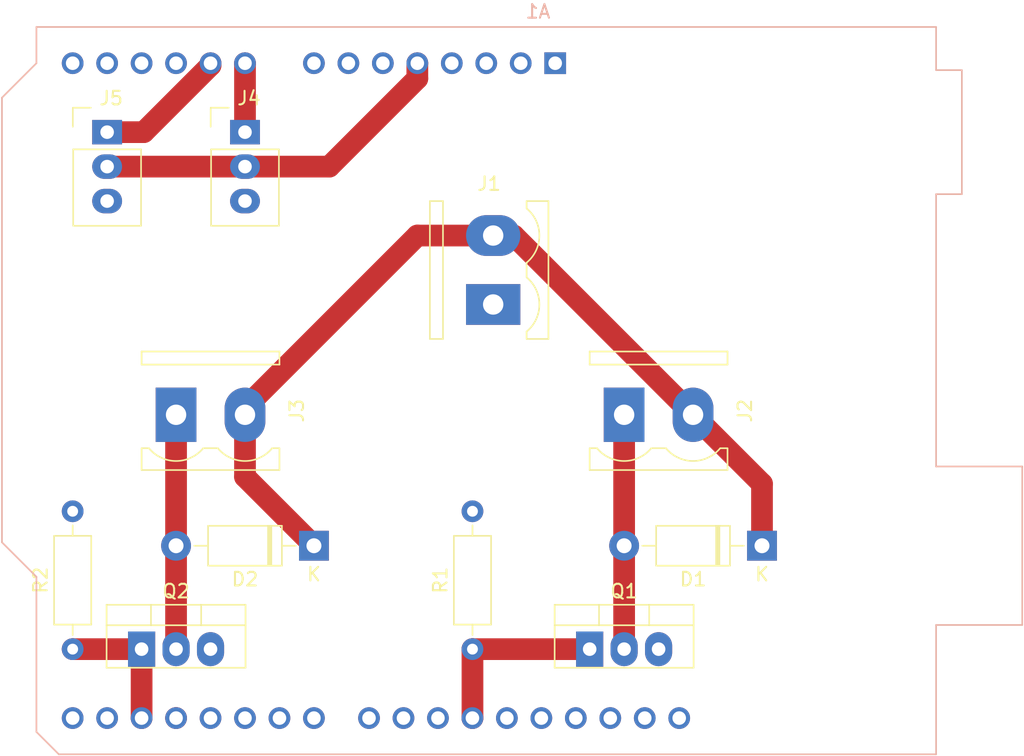
<source format=kicad_pcb>
(kicad_pcb (version 20211014) (generator pcbnew)
  (layers (0 "F.Cu" signal) (31 "B.Cu" signal) (34 "B.Paste" user) (35 "F.Paste" user) (36 "B.SilkS" user "B.Silkscreen") (37 "F.SilkS" user "F.Silkscreen") (38 "B.Mask" user) (39 "F.Mask" user) (44 "Edge.Cuts" user))
  (net 0 "")
  (net 5 "+5V")
  (net 9 "/A0")
  (net 10 "/A1")
  (net 17 "/D2")
  (net 27 "GND")
  (net 31 "+12V")
  (net 32 "Net-(D1-Pad2)")
  (net 33 "Net-(D2-Pad2)")
  (net 34 "unconnected-(A1-Pad18)")
  (net 35 "/D11")
  (footprint "FootprintGamelGe2:R_Axial_DIN0207_L6.3mm_D2.5mm_P10.16mm_Horizontal" (layer "F.Cu") (at 128.524 119.38 90)
    (fp_text reference "R1" (at 5.08 -2.37 90) (layer "F.SilkS"))
    (fp_text value "R")
    (fp_line (start 1.81 -1.37) (end 1.81 1.37) (layer "F.SilkS") (width 0.12))
    (fp_line (start 9.12 0) (end 8.35 0) (layer "F.SilkS") (width 0.12))
    (fp_line (start 1.81 1.37) (end 8.35 1.37) (layer "F.SilkS") (width 0.12))
    (fp_line (start 8.35 -1.37) (end 1.81 -1.37) (layer "F.SilkS") (width 0.12))
    (fp_line (start 1.04 0) (end 1.81 0) (layer "F.SilkS") (width 0.12))
    (fp_line (start 8.35 1.37) (end 8.35 -1.37) (layer "F.SilkS") (width 0.12))
    (pad "1" thru_hole circle locked (at 0 0 90) (size 1.6 1.6) (drill 0.8) (layers *.Cu *.Mask) (net 35 "/D11"))
    (pad "2" thru_hole oval locked (at 10.16 0 90) (size 1.6 1.6) (drill 0.8) (layers *.Cu *.Mask) (net 27 "GND"))
  )
  (footprint "FootprintGamelGe2:OmnimateSL-5,08_1x02_P5.08mm_Vertical" (layer "F.Cu") (at 106.68 102.11)
    (fp_text reference "J3" (at 8.9 -0.3 90) (layer "F.SilkS"))
    (fp_text value "Omnimate2")
    (fp_line (start -2.54 -3.7) (end 7.62 -3.7) (layer "F.SilkS") (width 0.12))
    (fp_line (start -2.54 -4.664) (end 7.62 -4.664) (layer "F.SilkS") (width 0.12))
    (fp_line (start -2 2.462) (end -2.54 2.462) (layer "F.SilkS") (width 0.12))
    (fp_line (start 7.62 -3.7) (end 7.62 -4.664) (layer "F.SilkS") (width 0.12))
    (fp_line (start 7.62 4.072) (end 7.62 2.4972) (layer "F.SilkS") (width 0.12))
    (fp_line (start -2.54 4.072) (end 7.62 4.072) (layer "F.SilkS") (width 0.12))
    (fp_line (start 7.62 2.462) (end 7.08 2.462) (layer "F.SilkS") (width 0.12))
    (fp_line (start -2.54 -3.7) (end -2.54 -4.664) (layer "F.SilkS") (width 0.12))
    (fp_line (start 2 2.462) (end 3.08 2.462) (layer "F.SilkS") (width 0.12))
    (fp_line (start -2.54 4.072) (end -2.54 2.4972) (layer "F.SilkS") (width 0.12))
    (fp_arc (start 1.986842 2.477821) (mid -0.010289 3.404758) (end -2 2.462) (layer "F.SilkS") (width 0.12))
    (fp_arc (start 7.066842 2.477821) (mid 5.069711 3.404758) (end 3.08 2.462) (layer "F.SilkS") (width 0.12))
    (pad "1" thru_hole rect locked (at 0 0) (size 3 4) (drill 1.5) (layers *.Cu *.Mask) (net 33 "Net-(D2-Pad2)"))
    (pad "2" thru_hole oval locked (at 5.08 0) (size 3 4) (drill 1.5) (layers *.Cu *.Mask) (net 31 "+12V"))
  )
  (footprint "FootprintGamelGe2:Autocom3" (layer "F.Cu") (at 111.76 81.28)
    (fp_text reference "J4" (at 0.3 -2.5) (layer "F.SilkS"))
    (fp_text value "Autocom3")
    (fp_line (start -2.5 1.27) (end 2.5 1.27) (layer "F.SilkS") (width 0.12))
    (fp_line (start -2.53 -0.4) (end -2.53 -1.73) (layer "F.SilkS") (width 0.12))
    (fp_line (start -2.53 -1.8) (end -1.2 -1.8) (layer "F.SilkS") (width 0.12))
    (fp_line (start -2.5 1.27) (end -2.5 6.9) (layer "F.SilkS") (width 0.12))
    (fp_line (start 2.5 1.27) (end 2.5 6.9) (layer "F.SilkS") (width 0.12))
    (fp_line (start -2.5 6.9) (end 2.5 6.9) (layer "F.SilkS") (width 0.12))
    (pad "1" thru_hole rect locked (at 0 0) (size 2.2 1.8) (drill 1) (layers *.Cu *.Mask) (net 9 "/A0"))
    (pad "2" thru_hole oval locked (at 0 2.54) (size 2.2 1.8) (drill 1) (layers *.Cu *.Mask) (net 5 "+5V"))
    (pad "3" thru_hole oval locked (at 0 5.08) (size 2.2 1.8) (drill 1) (layers *.Cu *.Mask) (net 27 "GND"))
  )
  (footprint "Diode_THT:D_DO-41_SOD81_P10.16mm_Horizontal" (layer "F.Cu") (at 149.86 111.76 180)
    (fp_text reference "D1" (at 5.08 -2.47) (layer "F.SilkS"))
    (fp_text value "1N400X")
    (fp_text user "K" (at 0 -2.1) (layer "F.SilkS"))
    (fp_line (start 1.34 0) (end 2.36 0) (layer "F.SilkS") (width 0.12))
    (fp_line (start 2.36 1.47) (end 7.8 1.47) (layer "F.SilkS") (width 0.12))
    (fp_line (start 8.82 0) (end 7.8 0) (layer "F.SilkS") (width 0.12))
    (fp_line (start 7.8 1.47) (end 7.8 -1.47) (layer "F.SilkS") (width 0.12))
    (fp_line (start 3.38 -1.47) (end 3.38 1.47) (layer "F.SilkS") (width 0.12))
    (fp_line (start 3.14 -1.47) (end 3.14 1.47) (layer "F.SilkS") (width 0.12))
    (fp_line (start 3.26 -1.47) (end 3.26 1.47) (layer "F.SilkS") (width 0.12))
    (fp_line (start 7.8 -1.47) (end 2.36 -1.47) (layer "F.SilkS") (width 0.12))
    (fp_line (start 2.36 -1.47) (end 2.36 1.47) (layer "F.SilkS") (width 0.12))
    (pad "1" thru_hole rect (at 0 0 180) (size 2.2 2.2) (drill 1.1) (layers *.Cu *.Mask) (net 31 "+12V"))
    (pad "2" thru_hole oval (at 10.16 0 180) (size 2.2 2.2) (drill 1.1) (layers *.Cu *.Mask) (net 32 "Net-(D1-Pad2)"))
  )
  (footprint "FootprintGamelGe2:TO-220-3_Vertical" (layer "F.Cu") (at 137.16 119.38)
    (fp_text reference "Q1" (at 2.54 -4.27) (layer "F.SilkS"))
    (fp_text value "IRL510")
    (fp_line (start -2.58 -3.27) (end -2.58 1.371) (layer "F.SilkS") (width 0.12))
    (fp_line (start -2.58 1.371) (end 7.66 1.371) (layer "F.SilkS") (width 0.12))
    (fp_line (start 4.391 -3.27) (end 4.391 -1.76) (layer "F.SilkS") (width 0.12))
    (fp_line (start 7.66 -3.27) (end 7.66 1.371) (layer "F.SilkS") (width 0.12))
    (fp_line (start -2.58 -1.76) (end 7.66 -1.76) (layer "F.SilkS") (width 0.12))
    (fp_line (start -2.58 -3.27) (end 7.66 -3.27) (layer "F.SilkS") (width 0.12))
    (fp_line (start 0.69 -3.27) (end 0.69 -1.76) (layer "F.SilkS") (width 0.12))
    (pad "1" thru_hole rect locked (at 0 0) (size 2 2.6) (drill 1) (layers *.Cu *.Mask) (net 35 "/D11"))
    (pad "2" thru_hole oval locked (at 2.54 0) (size 2 2.5) (drill 1) (layers *.Cu *.Mask) (net 32 "Net-(D1-Pad2)"))
    (pad "3" thru_hole oval locked (at 5.08 0) (size 2 2.5) (drill 1) (layers *.Cu *.Mask) (net 27 "GND"))
  )
  (footprint "FootprintGamelGe2:OmnimateSL-5,08_1x02_P5.08mm_Vertical" (layer "F.Cu") (at 130.05 93.98 90)
    (fp_text reference "J1" (at 8.9 -0.3) (layer "F.SilkS"))
    (fp_text value "Omnimate2")
    (fp_line (start -2.54 4.072) (end -2.54 2.4972) (layer "F.SilkS") (width 0.12))
    (fp_line (start -2.54 -3.7) (end -2.54 -4.664) (layer "F.SilkS") (width 0.12))
    (fp_line (start -2 2.462) (end -2.54 2.462) (layer "F.SilkS") (width 0.12))
    (fp_line (start -2.54 4.072) (end 7.62 4.072) (layer "F.SilkS") (width 0.12))
    (fp_line (start 2 2.462) (end 3.08 2.462) (layer "F.SilkS") (width 0.12))
    (fp_line (start -2.54 -4.664) (end 7.62 -4.664) (layer "F.SilkS") (width 0.12))
    (fp_line (start 7.62 2.462) (end 7.08 2.462) (layer "F.SilkS") (width 0.12))
    (fp_line (start 7.62 -3.7) (end 7.62 -4.664) (layer "F.SilkS") (width 0.12))
    (fp_line (start 7.62 4.072) (end 7.62 2.4972) (layer "F.SilkS") (width 0.12))
    (fp_line (start -2.54 -3.7) (end 7.62 -3.7) (layer "F.SilkS") (width 0.12))
    (fp_arc (start 1.986842 2.477821) (mid -0.010289 3.404758) (end -2 2.462) (layer "F.SilkS") (width 0.12))
    (fp_arc (start 7.066842 2.477821) (mid 5.069711 3.404758) (end 3.08 2.462) (layer "F.SilkS") (width 0.12))
    (pad "1" thru_hole rect locked (at 0 0 90) (size 3 4) (drill 1.5) (layers *.Cu *.Mask) (net 27 "GND"))
    (pad "2" thru_hole oval locked (at 5.08 0 90) (size 3 4) (drill 1.5) (layers *.Cu *.Mask) (net 31 "+12V"))
  )
  (footprint "Diode_THT:D_DO-41_SOD81_P10.16mm_Horizontal" (layer "F.Cu") (at 116.84 111.76 180)
    (fp_text reference "D2" (at 5.08 -2.47) (layer "F.SilkS"))
    (fp_text value "1N400X")
    (fp_text user "K" (at 0 -2.1) (layer "F.SilkS"))
    (fp_line (start 1.34 0) (end 2.36 0) (layer "F.SilkS") (width 0.12))
    (fp_line (start 7.8 -1.47) (end 2.36 -1.47) (layer "F.SilkS") (width 0.12))
    (fp_line (start 3.14 -1.47) (end 3.14 1.47) (layer "F.SilkS") (width 0.12))
    (fp_line (start 3.38 -1.47) (end 3.38 1.47) (layer "F.SilkS") (width 0.12))
    (fp_line (start 8.82 0) (end 7.8 0) (layer "F.SilkS") (width 0.12))
    (fp_line (start 2.36 1.47) (end 7.8 1.47) (layer "F.SilkS") (width 0.12))
    (fp_line (start 7.8 1.47) (end 7.8 -1.47) (layer "F.SilkS") (width 0.12))
    (fp_line (start 2.36 -1.47) (end 2.36 1.47) (layer "F.SilkS") (width 0.12))
    (fp_line (start 3.26 -1.47) (end 3.26 1.47) (layer "F.SilkS") (width 0.12))
    (pad "1" thru_hole rect (at 0 0 180) (size 2.2 2.2) (drill 1.1) (layers *.Cu *.Mask) (net 31 "+12V"))
    (pad "2" thru_hole oval (at 10.16 0 180) (size 2.2 2.2) (drill 1.1) (layers *.Cu *.Mask) (net 33 "Net-(D2-Pad2)"))
  )
  (footprint "FootprintGamelGe2:TO-220-3_Vertical" (layer "F.Cu") (at 104.14 119.38)
    (fp_text reference "Q2" (at 2.54 -4.27) (layer "F.SilkS"))
    (fp_text value "IRL510")
    (fp_line (start 4.391 -3.27) (end 4.391 -1.76) (layer "F.SilkS") (width 0.12))
    (fp_line (start -2.58 -3.27) (end -2.58 1.371) (layer "F.SilkS") (width 0.12))
    (fp_line (start 7.66 -3.27) (end 7.66 1.371) (layer "F.SilkS") (width 0.12))
    (fp_line (start 0.69 -3.27) (end 0.69 -1.76) (layer "F.SilkS") (width 0.12))
    (fp_line (start -2.58 -3.27) (end 7.66 -3.27) (layer "F.SilkS") (width 0.12))
    (fp_line (start -2.58 -1.76) (end 7.66 -1.76) (layer "F.SilkS") (width 0.12))
    (fp_line (start -2.58 1.371) (end 7.66 1.371) (layer "F.SilkS") (width 0.12))
    (pad "1" thru_hole rect locked (at 0 0) (size 2 2.6) (drill 1) (layers *.Cu *.Mask) (net 17 "/D2"))
    (pad "2" thru_hole oval locked (at 2.54 0) (size 2 2.5) (drill 1) (layers *.Cu *.Mask) (net 33 "Net-(D2-Pad2)"))
    (pad "3" thru_hole oval locked (at 5.08 0) (size 2 2.5) (drill 1) (layers *.Cu *.Mask) (net 27 "GND"))
  )
  (footprint "FootprintGamelGe2:R_Axial_DIN0207_L6.3mm_D2.5mm_P10.16mm_Horizontal" (layer "F.Cu") (at 99.06 119.38 90)
    (fp_text reference "R2" (at 5.08 -2.37 90) (layer "F.SilkS"))
    (fp_text value "R")
    (fp_line (start 9.12 0) (end 8.35 0) (layer "F.SilkS") (width 0.12))
    (fp_line (start 1.81 1.37) (end 8.35 1.37) (layer "F.SilkS") (width 0.12))
    (fp_line (start 1.81 -1.37) (end 1.81 1.37) (layer "F.SilkS") (width 0.12))
    (fp_line (start 8.35 1.37) (end 8.35 -1.37) (layer "F.SilkS") (width 0.12))
    (fp_line (start 1.04 0) (end 1.81 0) (layer "F.SilkS") (width 0.12))
    (fp_line (start 8.35 -1.37) (end 1.81 -1.37) (layer "F.SilkS") (width 0.12))
    (pad "1" thru_hole circle locked (at 0 0 90) (size 1.6 1.6) (drill 0.8) (layers *.Cu *.Mask) (net 17 "/D2"))
    (pad "2" thru_hole oval locked (at 10.16 0 90) (size 1.6 1.6) (drill 0.8) (layers *.Cu *.Mask) (net 27 "GND"))
  )
  (footprint "FootprintGamelGe2:OmnimateSL-5,08_1x02_P5.08mm_Vertical" (layer "F.Cu") (at 139.7 102.11)
    (fp_text reference "J2" (at 8.9 -0.3 90) (layer "F.SilkS"))
    (fp_text value "Omnimate2")
    (fp_line (start -2.54 -4.664) (end 7.62 -4.664) (layer "F.SilkS") (width 0.12))
    (fp_line (start -2.54 -3.7) (end 7.62 -3.7) (layer "F.SilkS") (width 0.12))
    (fp_line (start -2.54 4.072) (end 7.62 4.072) (layer "F.SilkS") (width 0.12))
    (fp_line (start 7.62 2.462) (end 7.08 2.462) (layer "F.SilkS") (width 0.12))
    (fp_line (start -2.54 4.072) (end -2.54 2.4972) (layer "F.SilkS") (width 0.12))
    (fp_line (start -2.54 -3.7) (end -2.54 -4.664) (layer "F.SilkS") (width 0.12))
    (fp_line (start 7.62 -3.7) (end 7.62 -4.664) (layer "F.SilkS") (width 0.12))
    (fp_line (start 7.62 4.072) (end 7.62 2.4972) (layer "F.SilkS") (width 0.12))
    (fp_line (start -2 2.462) (end -2.54 2.462) (layer "F.SilkS") (width 0.12))
    (fp_line (start 2 2.462) (end 3.08 2.462) (layer "F.SilkS") (width 0.12))
    (fp_arc (start 1.986842 2.477821) (mid -0.010289 3.404758) (end -2 2.462) (layer "F.SilkS") (width 0.12))
    (fp_arc (start 7.066842 2.477821) (mid 5.069711 3.404758) (end 3.08 2.462) (layer "F.SilkS") (width 0.12))
    (pad "1" thru_hole rect locked (at 0 0) (size 3 4) (drill 1.5) (layers *.Cu *.Mask) (net 32 "Net-(D1-Pad2)"))
    (pad "2" thru_hole oval locked (at 5.08 0) (size 3 4) (drill 1.5) (layers *.Cu *.Mask) (net 31 "+12V"))
  )
  (footprint "FootprintGamelGe2:Autocom3" (layer "F.Cu") (at 101.6 81.28)
    (fp_text reference "J5" (at 0.3 -2.5) (layer "F.SilkS"))
    (fp_text value "Autocom3")
    (fp_line (start -2.53 -0.4) (end -2.53 -1.73) (layer "F.SilkS") (width 0.12))
    (fp_line (start -2.5 1.27) (end -2.5 6.9) (layer "F.SilkS") (width 0.12))
    (fp_line (start -2.5 1.27) (end 2.5 1.27) (layer "F.SilkS") (width 0.12))
    (fp_line (start -2.5 6.9) (end 2.5 6.9) (layer "F.SilkS") (width 0.12))
    (fp_line (start -2.53 -1.8) (end -1.2 -1.8) (layer "F.SilkS") (width 0.12))
    (fp_line (start 2.5 1.27) (end 2.5 6.9) (layer "F.SilkS") (width 0.12))
    (pad "1" thru_hole rect locked (at 0 0) (size 2.2 1.8) (drill 1) (layers *.Cu *.Mask) (net 10 "/A1"))
    (pad "2" thru_hole oval locked (at 0 2.54) (size 2.2 1.8) (drill 1) (layers *.Cu *.Mask) (net 5 "+5V"))
    (pad "3" thru_hole oval locked (at 0 5.08) (size 2.2 1.8) (drill 1) (layers *.Cu *.Mask) (net 27 "GND"))
  )
  (footprint "Module:Arduino_UNO_R3" (layer "B.Cu") (at 134.62 76.2 180)
    (fp_text reference "A1" (at 1.27 3.81) (layer "B.SilkS") (effects (justify mirror)))
    (fp_text value "Arduino_UNO_R3")
    (fp_line (start -29.97 -0.51) (end -29.97 -9.65) (layer "B.SilkS") (width 0.12))
    (fp_line (start -28.07 -50.93) (end 36.58 -50.93) (layer "B.SilkS") (width 0.12))
    (fp_line (start -34.42 -29.72) (end -34.42 -41.4) (layer "B.SilkS") (width 0.12))
    (fp_line (start 38.23 -49.28) (end 38.23 -37.85) (layer "B.SilkS") (width 0.12))
    (fp_line (start -28.07 -0.51) (end -29.97 -0.51) (layer "B.SilkS") (width 0.12))
    (fp_line (start -28.07 -9.65) (end -28.07 -29.72) (layer "B.SilkS") (width 0.12))
    (fp_line (start -34.42 -41.4) (end -28.07 -41.4) (layer "B.SilkS") (width 0.12))
    (fp_line (start -28.07 -29.72) (end -34.42 -29.72) (layer "B.SilkS") (width 0.12))
    (fp_line (start 36.58 -50.93) (end 38.23 -49.28) (layer "B.SilkS") (width 0.12))
    (fp_line (start 38.23 -37.85) (end 40.77 -35.31) (layer "B.SilkS") (width 0.12))
    (fp_line (start 38.23 2.67) (end -28.07 2.67) (layer "B.SilkS") (width 0.12))
    (fp_line (start 38.23 0) (end 38.23 2.67) (layer "B.SilkS") (width 0.12))
    (fp_line (start 40.77 -2.54) (end 38.23 0) (layer "B.SilkS") (width 0.12))
    (fp_line (start 40.77 -35.31) (end 40.77 -2.54) (layer "B.SilkS") (width 0.12))
    (fp_line (start -28.07 -41.4) (end -28.07 -50.93) (layer "B.SilkS") (width 0.12))
    (fp_line (start -28.07 2.67) (end -28.07 -0.51) (layer "B.SilkS") (width 0.12))
    (fp_line (start -29.97 -9.65) (end -28.07 -9.65) (layer "B.SilkS") (width 0.12))
    (pad "1" thru_hole rect (at 0 0 90) (size 1.6 1.6) (drill 1) (layers *.Cu *.Mask))
    (pad "2" thru_hole oval (at 2.54 0 90) (size 1.6 1.6) (drill 1) (layers *.Cu *.Mask))
    (pad "3" thru_hole oval (at 5.08 0 90) (size 1.6 1.6) (drill 1) (layers *.Cu *.Mask))
    (pad "4" thru_hole oval (at 7.62 0 90) (size 1.6 1.6) (drill 1) (layers *.Cu *.Mask))
    (pad "5" thru_hole oval (at 10.16 0 90) (size 1.6 1.6) (drill 1) (layers *.Cu *.Mask) (net 5 "+5V"))
    (pad "6" thru_hole oval (at 12.7 0 90) (size 1.6 1.6) (drill 1) (layers *.Cu *.Mask))
    (pad "7" thru_hole oval (at 15.24 0 90) (size 1.6 1.6) (drill 1) (layers *.Cu *.Mask))
    (pad "8" thru_hole oval (at 17.78 0 90) (size 1.6 1.6) (drill 1) (layers *.Cu *.Mask))
    (pad "9" thru_hole oval (at 22.86 0 90) (size 1.6 1.6) (drill 1) (layers *.Cu *.Mask) (net 9 "/A0"))
    (pad "10" thru_hole oval (at 25.4 0 90) (size 1.6 1.6) (drill 1) (layers *.Cu *.Mask) (net 10 "/A1"))
    (pad "11" thru_hole oval (at 27.94 0 90) (size 1.6 1.6) (drill 1) (layers *.Cu *.Mask))
    (pad "12" thru_hole oval (at 30.48 0 90) (size 1.6 1.6) (drill 1) (layers *.Cu *.Mask))
    (pad "13" thru_hole oval (at 33.02 0 90) (size 1.6 1.6) (drill 1) (layers *.Cu *.Mask))
    (pad "14" thru_hole oval (at 35.56 0 90) (size 1.6 1.6) (drill 1) (layers *.Cu *.Mask))
    (pad "15" thru_hole oval (at 35.56 -48.26 90) (size 1.6 1.6) (drill 1) (layers *.Cu *.Mask))
    (pad "16" thru_hole oval (at 33.02 -48.26 90) (size 1.6 1.6) (drill 1) (layers *.Cu *.Mask))
    (pad "17" thru_hole oval (at 30.48 -48.26 90) (size 1.6 1.6) (drill 1) (layers *.Cu *.Mask) (net 17 "/D2"))
    (pad "18" thru_hole oval (at 27.94 -48.26 90) (size 1.6 1.6) (drill 1) (layers *.Cu *.Mask) (net 34 "unconnected-(A1-Pad18)"))
    (pad "19" thru_hole oval (at 25.4 -48.26 90) (size 1.6 1.6) (drill 1) (layers *.Cu *.Mask))
    (pad "20" thru_hole oval (at 22.86 -48.26 90) (size 1.6 1.6) (drill 1) (layers *.Cu *.Mask))
    (pad "21" thru_hole oval (at 20.32 -48.26 90) (size 1.6 1.6) (drill 1) (layers *.Cu *.Mask))
    (pad "22" thru_hole oval (at 17.78 -48.26 90) (size 1.6 1.6) (drill 1) (layers *.Cu *.Mask))
    (pad "23" thru_hole oval (at 13.72 -48.26 90) (size 1.6 1.6) (drill 1) (layers *.Cu *.Mask))
    (pad "24" thru_hole oval (at 11.18 -48.26 90) (size 1.6 1.6) (drill 1) (layers *.Cu *.Mask))
    (pad "25" thru_hole oval (at 8.64 -48.26 90) (size 1.6 1.6) (drill 1) (layers *.Cu *.Mask))
    (pad "26" thru_hole oval (at 6.1 -48.26 90) (size 1.6 1.6) (drill 1) (layers *.Cu *.Mask) (net 35 "/D11"))
    (pad "27" thru_hole oval (at 3.56 -48.26 90) (size 1.6 1.6) (drill 1) (layers *.Cu *.Mask))
    (pad "28" thru_hole oval (at 1.02 -48.26 90) (size 1.6 1.6) (drill 1) (layers *.Cu *.Mask))
    (pad "29" thru_hole oval (at -1.52 -48.26 90) (size 1.6 1.6) (drill 1) (layers *.Cu *.Mask) (net 27 "GND"))
    (pad "30" thru_hole oval (at -4.06 -48.26 90) (size 1.6 1.6) (drill 1) (layers *.Cu *.Mask))
    (pad "31" thru_hole oval (at -6.6 -48.26 90) (size 1.6 1.6) (drill 1) (layers *.Cu *.Mask))
    (pad "32" thru_hole oval (at -9.14 -48.26 90) (size 1.6 1.6) (drill 1) (layers *.Cu *.Mask))
  )
  (segment (start 124.46 77.33137) (end 124.46 76.2) (width 1.6) (layer "F.Cu") (net 5))
  (segment (start 111.76 83.82) (end 117.97137 83.82) (width 1.6) (layer "F.Cu") (net 5))
  (segment (start 101.6 83.82) (end 111.76 83.82) (width 1.6) (layer "F.Cu") (net 5))
  (segment (start 117.97137 83.82) (end 124.46 77.33137) (width 1.6) (layer "F.Cu") (net 5))
  (segment (start 111.76 81.28) (end 111.76 76.2) (width 1.6) (layer "F.Cu") (net 9))
  (segment (start 104.3 81.28) (end 109.22 76.36) (width 1.6) (layer "F.Cu") (net 10))
  (segment (start 109.22 76.36) (end 109.22 76.2) (width 1.6) (layer "F.Cu") (net 10))
  (segment (start 101.6 81.28) (end 104.3 81.28) (width 1.6) (layer "F.Cu") (net 10))
  (segment (start 104.14 124.46) (end 104.14 119.38) (width 1.6) (layer "F.Cu") (net 17))
  (segment (start 99.06 119.38) (end 104.14 119.38) (width 1.6) (layer "F.Cu") (net 17))
  (segment (start 111.76 102.11) (end 111.76 101.6) (width 1.6) (layer "F.Cu") (net 31))
  (segment (start 111.76 101.6) (end 124.46 88.9) (width 1.6) (layer "F.Cu") (net 31))
  (segment (start 149.86 107.19) (end 144.78 102.11) (width 1.6) (layer "F.Cu") (net 31))
  (segment (start 111.76 102.11) (end 111.76 106.68) (width 1.6) (layer "F.Cu") (net 31))
  (segment (start 111.76 106.68) (end 116.84 111.76) (width 1.6) (layer "F.Cu") (net 31))
  (segment (start 149.86 111.76) (end 149.86 107.19) (width 1.6) (layer "F.Cu") (net 31))
  (segment (start 130.05 88.9) (end 131.57 88.9) (width 1.6) (layer "F.Cu") (net 31))
  (segment (start 131.57 88.9) (end 144.78 102.11) (width 1.6) (layer "F.Cu") (net 31))
  (segment (start 124.46 88.9) (end 130.05 88.9) (width 1.6) (layer "F.Cu") (net 31))
  (segment (start 139.7 102.11) (end 139.7 111.76) (width 1.6) (layer "F.Cu") (net 32))
  (segment (start 139.7 111.76) (end 139.7 119.38) (width 1.6) (layer "F.Cu") (net 32))
  (segment (start 106.68 111.76) (end 106.68 102.11) (width 1.6) (layer "F.Cu") (net 33))
  (segment (start 106.68 111.76) (end 106.68 119.38) (width 1.6) (layer "F.Cu") (net 33))
  (segment (start 106.68 124.455106) (end 106.68 124.46) (width 1.6) (layer "F.Cu") (net 34))
  (segment (start 128.524 124.456) (end 128.52 124.46) (width 1.6) (layer "F.Cu") (net 35))
  (segment (start 128.524 119.38) (end 128.524 124.456) (width 1.6) (layer "F.Cu") (net 35))
  (segment (start 128.524 119.38) (end 137.16 119.38) (width 1.6) (layer "F.Cu") (net 35))
)
</source>
